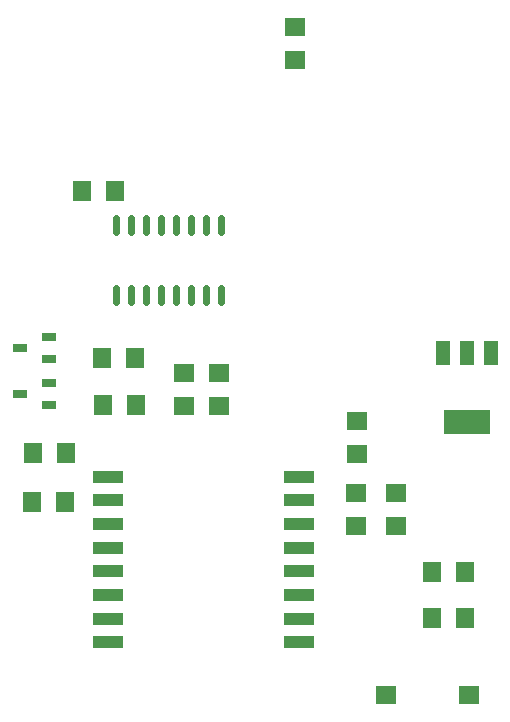
<source format=gtp>
G04 Layer: TopPasteMaskLayer*
G04 EasyEDA v5.9.42, Sat, 09 Mar 2019 23:57:52 GMT*
G04 162059df4c4b4fe6933ecd086f83df09*
G04 Gerber Generator version 0.2*
G04 Scale: 100 percent, Rotated: No, Reflected: No *
G04 Dimensions in millimeters *
G04 leading zeros omitted , absolute positions ,3 integer and 3 decimal *
%FSLAX33Y33*%
%MOMM*%
G90*
G71D02*

%ADD14C,0.599999*%
%ADD16R,1.250010X0.699999*%
%ADD17R,2.499995X1.099998*%
%ADD18R,4.013200X2.006600*%
%ADD19R,1.295400X2.006600*%
%ADD20R,1.799996X1.599997*%
%ADD21R,1.600200X1.800860*%
%ADD22R,1.800860X1.600200*%

%LPD*%
G54D14*
G01X33669Y44211D02*
G01X33669Y45413D01*
G01X32399Y44211D02*
G01X32399Y45413D01*
G01X31129Y44211D02*
G01X31129Y45413D01*
G01X29859Y44211D02*
G01X29859Y45413D01*
G01X28589Y44211D02*
G01X28589Y45413D01*
G01X27319Y44211D02*
G01X27319Y45413D01*
G01X26049Y44211D02*
G01X26049Y45413D01*
G01X24779Y44211D02*
G01X24779Y45413D01*
G01X33669Y38268D02*
G01X33669Y39469D01*
G01X32399Y38268D02*
G01X32399Y39469D01*
G01X31129Y38268D02*
G01X31129Y39469D01*
G01X29859Y38268D02*
G01X29859Y39469D01*
G01X28589Y38268D02*
G01X28589Y39469D01*
G01X27319Y38268D02*
G01X27319Y39469D01*
G01X26049Y38268D02*
G01X26049Y39469D01*
G01X24779Y38268D02*
G01X24779Y39469D01*
G54D16*
G01X16570Y30512D03*
G01X19069Y31462D03*
G01X19069Y29562D03*
G54D17*
G01X40198Y23499D03*
G01X40198Y21500D03*
G01X40198Y19498D03*
G01X40198Y17499D03*
G01X40198Y15498D03*
G01X40198Y13499D03*
G01X40198Y11500D03*
G01X40198Y9498D03*
G01X24100Y23499D03*
G01X24100Y21500D03*
G01X24100Y19498D03*
G01X24100Y17499D03*
G01X24100Y15498D03*
G01X24100Y13499D03*
G01X24100Y11500D03*
G01X24100Y9498D03*
G54D18*
G01X54469Y28113D03*
G54D19*
G01X54469Y33955D03*
G01X56451Y33980D03*
G01X52412Y33980D03*
G54D20*
G01X54599Y4999D03*
G01X47599Y4999D03*
G54D21*
G01X51498Y15402D03*
G01X54292Y15402D03*
G01X51520Y11513D03*
G01X54314Y11513D03*
G01X20421Y21411D03*
G01X17627Y21411D03*
G54D22*
G01X45100Y28197D03*
G01X45100Y25403D03*
G01X39925Y58814D03*
G01X39925Y61608D03*
G54D21*
G01X21871Y47710D03*
G01X24665Y47710D03*
G54D16*
G01X16590Y34425D03*
G01X19090Y35375D03*
G01X19090Y33475D03*
G54D21*
G01X23667Y29613D03*
G01X26461Y29613D03*
G01X23591Y33522D03*
G01X26385Y33522D03*
G54D22*
G01X33497Y32300D03*
G01X33497Y29506D03*
G01X30495Y32300D03*
G01X30495Y29506D03*
G54D21*
G01X17698Y25500D03*
G01X20492Y25500D03*
G54D22*
G01X48418Y22112D03*
G01X48418Y19318D03*
G01X45095Y22100D03*
G01X45095Y19306D03*
M00*
M02*

</source>
